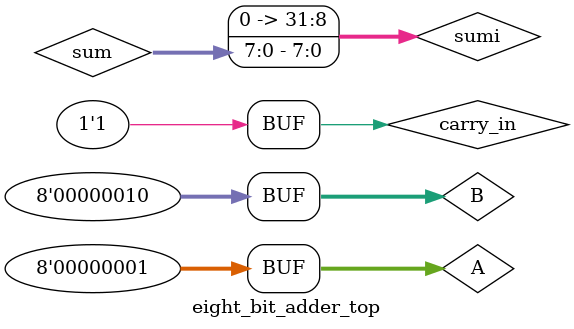
<source format=v>
`include "A1Q1_eight_bit_adder.v"
module eight_bit_adder_top;

   reg [7:0] A;
   reg [7:0] B;
   reg carry_in;

   wire [7:0] sum;
   wire carry_out;

   eight_bit_adder ADDER (A, B, carry_in, sum, carry_out);
   
   integer sumi;
   always @( sum )
    sumi = sum;
   
   initial begin
       $dumpfile("A1Q1_eight_bit_adder_top.vcd");
       $dumpvars(1, eight_bit_adder_top);
       $monitor("<%g>: A=%b, B=%b, Carry_in = %b, Sum= %d, Carry_out=%b", $time, A, B, carry_in, sumi, carry_out);
       #5 A=0; B=0; carry_in=0;
         
         
       #5 A=1; B=0; carry_in=0;
         
         
       #5 A=0; B=1; carry_in=1;
         
         
       #5 A=1; B=1; carry_in=0;
         
         
       #5 A=128; B=128; carry_in=1;
         
         
       #5 A=250; B=250; carry_in=0;
         
         
       #5 A=40; B=40; carry_in=1;
         
         
       #5 A=0; B=128; carry_in=0;
         
         
       #5 A=255; B=0; carry_in=1;
         
         
       #5 A=30; B=0; carry_in=0;
         
         
       #5 A=40; B=6; carry_in=0;
         
         
       #5 A=200; B=200; carry_in=1;
         
         
       #5 A=40; B=20; carry_in=1;
         
         
       #5 A=220; B=250; carry_in=1;
         
         
       #5 A=1; B=2; carry_in=1;
         
         
   end

endmodule
</source>
